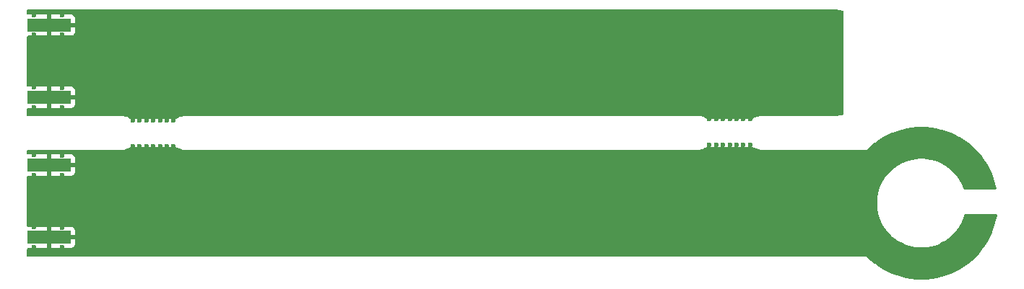
<source format=gbr>
%TF.GenerationSoftware,KiCad,Pcbnew,9.0.0*%
%TF.CreationDate,2025-03-22T23:03:39+01:00*%
%TF.ProjectId,Near-Field Probes,4e656172-2d46-4696-956c-642050726f62,1.0*%
%TF.SameCoordinates,Original*%
%TF.FileFunction,Copper,L4,Bot*%
%TF.FilePolarity,Positive*%
%FSLAX46Y46*%
G04 Gerber Fmt 4.6, Leading zero omitted, Abs format (unit mm)*
G04 Created by KiCad (PCBNEW 9.0.0) date 2025-03-22 23:03:39*
%MOMM*%
%LPD*%
G01*
G04 APERTURE LIST*
%TA.AperFunction,SMDPad,CuDef*%
%ADD10R,5.080000X1.500000*%
%TD*%
%TA.AperFunction,ViaPad*%
%ADD11C,0.600000*%
%TD*%
G04 APERTURE END LIST*
D10*
%TO.P,J2,2,Ext*%
%TO.N,GND*%
X52800000Y-120900000D03*
X52800000Y-112400000D03*
%TD*%
%TO.P,J1,2,Ext*%
%TO.N,GND*%
X52800000Y-104450000D03*
X52800000Y-95950000D03*
%TD*%
D11*
%TO.N,GND*%
X108000000Y-118000000D03*
X149870173Y-122701820D03*
X159244453Y-112350197D03*
X61700000Y-101500000D03*
X78700000Y-101500000D03*
X153918912Y-109167588D03*
X83700000Y-98900000D03*
X160241916Y-113528669D03*
X104000000Y-115400000D03*
X78000000Y-115400000D03*
X82700000Y-98900000D03*
X152376416Y-124210967D03*
X114000000Y-115400000D03*
X150812307Y-112445080D03*
X132000000Y-118000000D03*
X155009596Y-110728377D03*
X125000000Y-118000000D03*
X69000000Y-118000000D03*
X52800000Y-97150000D03*
X99000000Y-118000000D03*
X160681168Y-119446934D03*
X98000000Y-115400000D03*
X150913347Y-121424403D03*
X102700000Y-101500000D03*
X57000000Y-115400000D03*
X65800000Y-107200000D03*
X104000000Y-118000000D03*
X60000000Y-115400000D03*
X62700000Y-98900000D03*
X74700000Y-101500000D03*
X88000000Y-118000000D03*
X95000000Y-115400000D03*
X100000000Y-115400000D03*
X140000000Y-115400000D03*
X105000000Y-115400000D03*
X160622152Y-114202250D03*
X135000000Y-115400000D03*
X148936482Y-117343189D03*
X55800000Y-95950000D03*
X159814416Y-123093304D03*
X85000000Y-115400000D03*
X77700000Y-98900000D03*
X137000000Y-115400000D03*
X122700000Y-98900000D03*
X62600000Y-107200000D03*
X105700000Y-101500000D03*
X148391357Y-112860361D03*
X63000000Y-115400000D03*
X103000000Y-118000000D03*
X144000000Y-118000000D03*
X55800000Y-112400000D03*
X94700000Y-98900000D03*
X140000000Y-118000000D03*
X117700000Y-98900000D03*
X104700000Y-101500000D03*
X54350000Y-94825000D03*
X125700000Y-101500000D03*
X95700000Y-101500000D03*
X160287639Y-111072780D03*
X58000000Y-118000000D03*
X111700000Y-98900000D03*
X66000000Y-115400000D03*
X106700000Y-101500000D03*
X136700000Y-101500000D03*
X134200000Y-107000000D03*
X123000000Y-115400000D03*
X67000000Y-118000000D03*
X160975319Y-111771456D03*
X91700000Y-101500000D03*
X70000000Y-118000000D03*
X123700000Y-101500000D03*
X57700000Y-101500000D03*
X147000000Y-115400000D03*
X105000000Y-118000000D03*
X108700000Y-101500000D03*
X161570009Y-112550813D03*
X142700000Y-98900000D03*
X62600000Y-110200000D03*
X111700000Y-101500000D03*
X158642956Y-111863891D03*
X147000000Y-118000000D03*
X70700000Y-101500000D03*
X133400000Y-107000000D03*
X89000000Y-115400000D03*
X149841614Y-113645699D03*
X131000000Y-118000000D03*
X128000000Y-118000000D03*
X78700000Y-98900000D03*
X98700000Y-98900000D03*
X102700000Y-98900000D03*
X151514844Y-121910709D03*
X162062331Y-113398558D03*
X101000000Y-115400000D03*
X148095481Y-120376042D03*
X86000000Y-118000000D03*
X147713292Y-119473277D03*
X51050000Y-122075000D03*
X144700000Y-101500000D03*
X117000000Y-118000000D03*
X65000000Y-118000000D03*
X130700000Y-101500000D03*
X54350000Y-113575000D03*
X117700000Y-101500000D03*
X74000000Y-115400000D03*
X155262216Y-124691526D03*
X156543435Y-110904636D03*
X72700000Y-98900000D03*
X129000000Y-115400000D03*
X75700000Y-98900000D03*
X63000000Y-118000000D03*
X123700000Y-98900000D03*
X143000000Y-118000000D03*
X130200000Y-110000000D03*
X63400000Y-107200000D03*
X158677985Y-109960094D03*
X114700000Y-101500000D03*
X134200000Y-110000000D03*
X143700000Y-98900000D03*
X63700000Y-101500000D03*
X110000000Y-115400000D03*
X108700000Y-98900000D03*
X107000000Y-118000000D03*
X136700000Y-98900000D03*
X131700000Y-101500000D03*
X87000000Y-118000000D03*
X152172548Y-122317793D03*
X158106715Y-122251018D03*
X141700000Y-98900000D03*
X93700000Y-98900000D03*
X122000000Y-115400000D03*
X121000000Y-115400000D03*
X51050000Y-113575000D03*
X58000000Y-115400000D03*
X122700000Y-101500000D03*
X126700000Y-98900000D03*
X81700000Y-98900000D03*
X91000000Y-118000000D03*
X160957800Y-118724600D03*
X92700000Y-98900000D03*
X98000000Y-118000000D03*
X151158555Y-110136715D03*
X114700000Y-98900000D03*
X65700000Y-101500000D03*
X138000000Y-118000000D03*
X161209012Y-121720658D03*
X148587803Y-121223787D03*
X118000000Y-118000000D03*
X159868608Y-120759746D03*
X86700000Y-98900000D03*
X133000000Y-118000000D03*
X119000000Y-118000000D03*
X85700000Y-98900000D03*
X130000000Y-118000000D03*
X78000000Y-118000000D03*
X54350000Y-97125000D03*
X124700000Y-101500000D03*
X150377544Y-120866545D03*
X73700000Y-98900000D03*
X134000000Y-115400000D03*
X64000000Y-115400000D03*
X120000000Y-115400000D03*
X126000000Y-115400000D03*
X157410588Y-122588209D03*
X64700000Y-98900000D03*
X59700000Y-101500000D03*
X141700000Y-101500000D03*
X162557812Y-119124600D03*
X135000000Y-110000000D03*
X81000000Y-115400000D03*
X79700000Y-98900000D03*
X89700000Y-101500000D03*
X153480112Y-110939106D03*
X82700000Y-101500000D03*
X66000000Y-118000000D03*
X81000000Y-118000000D03*
X162218431Y-120044314D03*
X125700000Y-98900000D03*
X112000000Y-115400000D03*
X52800000Y-113600000D03*
X96000000Y-115400000D03*
X103000000Y-115400000D03*
X116000000Y-115400000D03*
X113700000Y-98900000D03*
X90700000Y-101500000D03*
X54350000Y-103325000D03*
X65700000Y-98900000D03*
X56700000Y-98900000D03*
X85700000Y-101500000D03*
X132600000Y-110000000D03*
X142700000Y-101500000D03*
X102000000Y-118000000D03*
X124700000Y-98900000D03*
X120700000Y-101500000D03*
X105700000Y-98900000D03*
X151402708Y-111945362D03*
X118700000Y-98900000D03*
X112700000Y-101500000D03*
X115000000Y-115400000D03*
X54350000Y-122075000D03*
X128000000Y-115400000D03*
X130200000Y-107000000D03*
X106000000Y-118000000D03*
X81700000Y-101500000D03*
X60700000Y-101500000D03*
X73000000Y-115400000D03*
X108000000Y-115400000D03*
X94000000Y-118000000D03*
X157985252Y-111456807D03*
X83700000Y-101500000D03*
X90700000Y-98900000D03*
X95700000Y-98900000D03*
X158999257Y-123637885D03*
X65000000Y-110200000D03*
X130700000Y-98900000D03*
X154282642Y-124652962D03*
X95000000Y-118000000D03*
X97700000Y-98900000D03*
X67000000Y-115400000D03*
X68000000Y-115400000D03*
X135000000Y-118000000D03*
X133700000Y-98900000D03*
X99000000Y-115400000D03*
X69700000Y-101500000D03*
X152051085Y-111523582D03*
X86000000Y-115400000D03*
X131000000Y-115400000D03*
X130000000Y-115400000D03*
X162444520Y-114301323D03*
X135700000Y-101500000D03*
X52800000Y-122100000D03*
X76000000Y-115400000D03*
X127000000Y-118000000D03*
X155875170Y-109121638D03*
X152876086Y-122639234D03*
X66600000Y-107200000D03*
X156842187Y-109282671D03*
X155148204Y-123046223D03*
X149476632Y-114327666D03*
X146000000Y-118000000D03*
X91000000Y-115400000D03*
X88700000Y-98900000D03*
X128700000Y-101500000D03*
X142000000Y-115400000D03*
X54350000Y-105625000D03*
X138000000Y-115400000D03*
X154375740Y-123006344D03*
X71000000Y-115400000D03*
X51050000Y-97125000D03*
X127000000Y-115400000D03*
X84000000Y-115400000D03*
X121000000Y-118000000D03*
X123000000Y-118000000D03*
X61700000Y-98900000D03*
X62000000Y-118000000D03*
X83000000Y-118000000D03*
X119700000Y-101500000D03*
X109000000Y-115400000D03*
X51050000Y-94775000D03*
X75000000Y-115400000D03*
X158755092Y-121829238D03*
X157281714Y-111135366D03*
X52800000Y-103300000D03*
X152960523Y-109373846D03*
X129000000Y-118000000D03*
X102000000Y-115400000D03*
X64200000Y-107200000D03*
X51050000Y-103275000D03*
X133700000Y-101500000D03*
X152747212Y-111186391D03*
X107700000Y-101500000D03*
X60000000Y-118000000D03*
X75000000Y-118000000D03*
X87700000Y-101500000D03*
X144700000Y-98900000D03*
X51050000Y-111225000D03*
X69700000Y-98900000D03*
X83000000Y-115400000D03*
X99700000Y-98900000D03*
X160914968Y-114918176D03*
X73000000Y-118000000D03*
X100700000Y-98900000D03*
X67700000Y-98900000D03*
X131000000Y-107000000D03*
X144000000Y-115400000D03*
X79000000Y-115400000D03*
X143700000Y-101500000D03*
X94000000Y-115400000D03*
X64000000Y-118000000D03*
X157781396Y-109563633D03*
X52800000Y-94800000D03*
X76000000Y-118000000D03*
X159345493Y-121329520D03*
X97000000Y-118000000D03*
X88700000Y-101500000D03*
X115700000Y-98900000D03*
X128700000Y-98900000D03*
X115700000Y-101500000D03*
X121700000Y-101500000D03*
X63700000Y-98900000D03*
X67400000Y-110200000D03*
X150343396Y-110681296D03*
X77000000Y-118000000D03*
X66700000Y-98900000D03*
X141000000Y-118000000D03*
X135700000Y-98900000D03*
X55800000Y-104450000D03*
X109700000Y-101500000D03*
X125000000Y-115400000D03*
X94700000Y-101500000D03*
X112700000Y-98900000D03*
X68700000Y-98900000D03*
X150639998Y-123308799D03*
X96000000Y-118000000D03*
X120700000Y-98900000D03*
X116700000Y-98900000D03*
X133000000Y-115400000D03*
X149042055Y-118109443D03*
X67400000Y-107200000D03*
X147600000Y-114650000D03*
X133400000Y-110000000D03*
X87000000Y-115400000D03*
X86700000Y-101500000D03*
X51050000Y-105625000D03*
X110000000Y-118000000D03*
X70000000Y-115400000D03*
X101000000Y-118000000D03*
X71700000Y-101500000D03*
X145000000Y-118000000D03*
X57700000Y-98900000D03*
X127700000Y-98900000D03*
X65000000Y-115400000D03*
X106700000Y-98900000D03*
X132000000Y-115400000D03*
X129700000Y-98900000D03*
X107000000Y-115400000D03*
X52800000Y-105650000D03*
X118000000Y-115400000D03*
X110700000Y-98900000D03*
X98700000Y-101500000D03*
X74000000Y-118000000D03*
X101700000Y-98900000D03*
X96700000Y-98900000D03*
X61000000Y-115400000D03*
X149535648Y-119572350D03*
X56700000Y-101500000D03*
X110700000Y-101500000D03*
X72000000Y-115400000D03*
X80700000Y-101500000D03*
X64200000Y-110200000D03*
X80700000Y-98900000D03*
X131700000Y-98900000D03*
X148948800Y-112053942D03*
X71000000Y-118000000D03*
X116000000Y-118000000D03*
X119000000Y-115400000D03*
X57000000Y-118000000D03*
X143000000Y-115400000D03*
X158122271Y-124076005D03*
X136000000Y-118000000D03*
X156677688Y-122835494D03*
X66600000Y-110200000D03*
X51050000Y-119725000D03*
X87700000Y-98900000D03*
X100000000Y-118000000D03*
X72000000Y-118000000D03*
X84000000Y-118000000D03*
X149242832Y-118856424D03*
X114000000Y-118000000D03*
X117000000Y-115400000D03*
X149016082Y-115801309D03*
X148247422Y-115360601D03*
X159517814Y-110465801D03*
X103700000Y-98900000D03*
X76700000Y-101500000D03*
X137000000Y-118000000D03*
X154895596Y-109083074D03*
X67700000Y-101500000D03*
X76700000Y-98900000D03*
X149915884Y-120245931D03*
X139000000Y-115400000D03*
X145000000Y-115400000D03*
X138700000Y-101500000D03*
X111000000Y-115400000D03*
X75700000Y-101500000D03*
X59000000Y-118000000D03*
X131800000Y-110000000D03*
X139000000Y-118000000D03*
X122000000Y-118000000D03*
X92000000Y-115400000D03*
X139700000Y-98900000D03*
X152035541Y-109698595D03*
X60700000Y-98900000D03*
X131800000Y-107000000D03*
X91700000Y-98900000D03*
X112000000Y-118000000D03*
X92000000Y-118000000D03*
X154238225Y-110785628D03*
X74700000Y-98900000D03*
X115000000Y-118000000D03*
X159780256Y-112908055D03*
X126000000Y-118000000D03*
X63400000Y-110200000D03*
X124000000Y-118000000D03*
X137700000Y-101500000D03*
X132700000Y-101500000D03*
X149182493Y-122003144D03*
X118700000Y-101500000D03*
X109000000Y-118000000D03*
X149602918Y-111323749D03*
X109700000Y-98900000D03*
X160554894Y-122450851D03*
X99700000Y-101500000D03*
X134000000Y-118000000D03*
X129700000Y-101500000D03*
X79700000Y-101500000D03*
X147939381Y-113730286D03*
X100700000Y-101500000D03*
X101700000Y-101500000D03*
X65800000Y-110200000D03*
X140700000Y-98900000D03*
X77000000Y-115400000D03*
X126700000Y-101500000D03*
X113700000Y-101500000D03*
X80000000Y-115400000D03*
X131000000Y-110000000D03*
X149200000Y-115050000D03*
X82000000Y-115400000D03*
X97700000Y-101500000D03*
X52800000Y-119750000D03*
X120000000Y-118000000D03*
X58700000Y-101500000D03*
X84700000Y-98900000D03*
X103700000Y-101500000D03*
X135000000Y-107000000D03*
X151479827Y-123814506D03*
X148927779Y-116569745D03*
X90000000Y-115400000D03*
X62700000Y-101500000D03*
X132700000Y-98900000D03*
X62000000Y-115400000D03*
X132600000Y-107000000D03*
X119700000Y-98900000D03*
X139700000Y-101500000D03*
X134700000Y-101500000D03*
X161766455Y-120914239D03*
X89000000Y-118000000D03*
X79000000Y-118000000D03*
X66700000Y-101500000D03*
X93000000Y-118000000D03*
X155782060Y-110768256D03*
X116700000Y-101500000D03*
X88000000Y-115400000D03*
X59700000Y-98900000D03*
X142000000Y-118000000D03*
X127700000Y-101500000D03*
X55800000Y-120900000D03*
X82000000Y-118000000D03*
X93000000Y-115400000D03*
X58700000Y-98900000D03*
X54350000Y-119775000D03*
X71700000Y-98900000D03*
X54350000Y-111275000D03*
X72700000Y-101500000D03*
X68700000Y-101500000D03*
X92700000Y-101500000D03*
X138700000Y-98900000D03*
X136000000Y-115400000D03*
X121700000Y-98900000D03*
X140700000Y-101500000D03*
X96700000Y-101500000D03*
X68000000Y-118000000D03*
X65000000Y-107200000D03*
X111000000Y-118000000D03*
X89700000Y-98900000D03*
X80000000Y-118000000D03*
X106000000Y-115400000D03*
X97000000Y-115400000D03*
X52800000Y-111250000D03*
X153315625Y-124491929D03*
X155919575Y-122988972D03*
X84700000Y-101500000D03*
X137700000Y-98900000D03*
X157197289Y-124400754D03*
X107700000Y-98900000D03*
X156238900Y-124607012D03*
X134700000Y-98900000D03*
X150289192Y-113014854D03*
X141000000Y-115400000D03*
X61000000Y-118000000D03*
X85000000Y-118000000D03*
X113000000Y-115400000D03*
X124000000Y-115400000D03*
X73700000Y-101500000D03*
X90000000Y-118000000D03*
X59000000Y-115400000D03*
X93700000Y-101500000D03*
X64700000Y-101500000D03*
X77700000Y-101500000D03*
X146000000Y-115400000D03*
X113000000Y-118000000D03*
X70700000Y-98900000D03*
X104700000Y-98900000D03*
X160316186Y-120128901D03*
X69000000Y-115400000D03*
X153614365Y-122869964D03*
%TD*%
%TA.AperFunction,Conductor*%
%TO.N,GND*%
G36*
X144689951Y-94100617D02*
G01*
X145100824Y-94118582D01*
X145111610Y-94119527D01*
X145516671Y-94172938D01*
X145527301Y-94174816D01*
X145852880Y-94247113D01*
X145914059Y-94280862D01*
X145947279Y-94342329D01*
X145950000Y-94368164D01*
X145950000Y-106407476D01*
X145930315Y-106474515D01*
X145877511Y-106520270D01*
X145852865Y-106528531D01*
X145531530Y-106599843D01*
X145520866Y-106601725D01*
X145116083Y-106655069D01*
X145105296Y-106656014D01*
X144883668Y-106665699D01*
X144694137Y-106673982D01*
X144689917Y-106674094D01*
X144689281Y-106674100D01*
X144652096Y-106674100D01*
X144651228Y-106674459D01*
X144638624Y-106674578D01*
X144638338Y-106674497D01*
X144637453Y-106674584D01*
X136247380Y-106674500D01*
X136231318Y-106672155D01*
X136231276Y-106672609D01*
X136219117Y-106671467D01*
X136196029Y-106673847D01*
X136196011Y-106673849D01*
X136189684Y-106674500D01*
X136160120Y-106674500D01*
X136150344Y-106678547D01*
X136132326Y-106680402D01*
X136132312Y-106680399D01*
X136132287Y-106680406D01*
X136043560Y-106689507D01*
X136009371Y-106697922D01*
X135778275Y-106754801D01*
X135778270Y-106754803D01*
X135524565Y-106856118D01*
X135524557Y-106856121D01*
X135300994Y-106983698D01*
X135239536Y-107000000D01*
X129990898Y-107000000D01*
X129923859Y-106980315D01*
X129921954Y-106979067D01*
X129785721Y-106887937D01*
X129785714Y-106887933D01*
X129543117Y-106769449D01*
X129286764Y-106684761D01*
X129187398Y-106666355D01*
X129187361Y-106666348D01*
X129174579Y-106663976D01*
X129157201Y-106656784D01*
X129135852Y-106656789D01*
X129124616Y-106654705D01*
X129124607Y-106654700D01*
X129124579Y-106654698D01*
X129114816Y-106652883D01*
X129109023Y-106654111D01*
X129083356Y-106656804D01*
X68550865Y-106674487D01*
X68550866Y-106674488D01*
X68536179Y-106674492D01*
X68520487Y-106670728D01*
X68496675Y-106674503D01*
X68486923Y-106674506D01*
X68486923Y-106674507D01*
X68472561Y-106674511D01*
X68472552Y-106674513D01*
X68471186Y-106675080D01*
X68443170Y-106682992D01*
X68349210Y-106697922D01*
X68349204Y-106697923D01*
X68093387Y-106774695D01*
X67850150Y-106885026D01*
X67697029Y-106981052D01*
X67631149Y-107000000D01*
X62376675Y-107000000D01*
X62310440Y-106980828D01*
X62162387Y-106887281D01*
X62162377Y-106887275D01*
X61919488Y-106776117D01*
X61919475Y-106776112D01*
X61663902Y-106698481D01*
X61663884Y-106698477D01*
X61569444Y-106683149D01*
X61569444Y-106683150D01*
X61567384Y-106682815D01*
X61555179Y-106680835D01*
X61539889Y-106674501D01*
X61516121Y-106674500D01*
X61507554Y-106673112D01*
X61506251Y-106672901D01*
X61506248Y-106672899D01*
X61492694Y-106670704D01*
X61492688Y-106670705D01*
X61490704Y-106671174D01*
X61462186Y-106674497D01*
X50324496Y-106674111D01*
X50257457Y-106654424D01*
X50211704Y-106601619D01*
X50200500Y-106550111D01*
X50200500Y-105824000D01*
X50220185Y-105756961D01*
X50272989Y-105711206D01*
X50324500Y-105700000D01*
X52550000Y-105700000D01*
X53050000Y-105700000D01*
X55387828Y-105700000D01*
X55387844Y-105699999D01*
X55447372Y-105693598D01*
X55447379Y-105693596D01*
X55582086Y-105643354D01*
X55582093Y-105643350D01*
X55697187Y-105557190D01*
X55697190Y-105557187D01*
X55783350Y-105442093D01*
X55783354Y-105442086D01*
X55833596Y-105307379D01*
X55833598Y-105307372D01*
X55839999Y-105247844D01*
X55840000Y-105247827D01*
X55840000Y-104700000D01*
X53050000Y-104700000D01*
X53050000Y-105700000D01*
X52550000Y-105700000D01*
X52550000Y-104200000D01*
X53050000Y-104200000D01*
X55840000Y-104200000D01*
X55840000Y-103652172D01*
X55839999Y-103652155D01*
X55833598Y-103592627D01*
X55833596Y-103592620D01*
X55783354Y-103457913D01*
X55783350Y-103457906D01*
X55697190Y-103342812D01*
X55697187Y-103342809D01*
X55582093Y-103256649D01*
X55582086Y-103256645D01*
X55447379Y-103206403D01*
X55447372Y-103206401D01*
X55387844Y-103200000D01*
X53050000Y-103200000D01*
X53050000Y-104200000D01*
X52550000Y-104200000D01*
X52550000Y-103200000D01*
X50324500Y-103200000D01*
X50257461Y-103180315D01*
X50211706Y-103127511D01*
X50200500Y-103076000D01*
X50200500Y-97324000D01*
X50220185Y-97256961D01*
X50272989Y-97211206D01*
X50324500Y-97200000D01*
X52550000Y-97200000D01*
X53050000Y-97200000D01*
X55387828Y-97200000D01*
X55387844Y-97199999D01*
X55447372Y-97193598D01*
X55447379Y-97193596D01*
X55582086Y-97143354D01*
X55582093Y-97143350D01*
X55697187Y-97057190D01*
X55697190Y-97057187D01*
X55783350Y-96942093D01*
X55783354Y-96942086D01*
X55833596Y-96807379D01*
X55833598Y-96807372D01*
X55839999Y-96747844D01*
X55840000Y-96747827D01*
X55840000Y-96200000D01*
X53050000Y-96200000D01*
X53050000Y-97200000D01*
X52550000Y-97200000D01*
X52550000Y-95700000D01*
X53050000Y-95700000D01*
X55840000Y-95700000D01*
X55840000Y-95152172D01*
X55839999Y-95152155D01*
X55833598Y-95092627D01*
X55833596Y-95092620D01*
X55783354Y-94957913D01*
X55783350Y-94957906D01*
X55697190Y-94842812D01*
X55697187Y-94842809D01*
X55582093Y-94756649D01*
X55582086Y-94756645D01*
X55447379Y-94706403D01*
X55447372Y-94706401D01*
X55387844Y-94700000D01*
X53050000Y-94700000D01*
X53050000Y-95700000D01*
X52550000Y-95700000D01*
X52550000Y-94700000D01*
X50324500Y-94700000D01*
X50257461Y-94680315D01*
X50211706Y-94627511D01*
X50200500Y-94576000D01*
X50200500Y-94224500D01*
X50220185Y-94157461D01*
X50272989Y-94111706D01*
X50324500Y-94100500D01*
X144647371Y-94100500D01*
X144684536Y-94100500D01*
X144689951Y-94100617D01*
G37*
%TD.AperFunction*%
%TD*%
%TA.AperFunction,Conductor*%
%TO.N,GND*%
G36*
X67773613Y-110344418D02*
G01*
X67837737Y-110385268D01*
X68080186Y-110497321D01*
X68335454Y-110575907D01*
X68444481Y-110594023D01*
X68460118Y-110600500D01*
X68483486Y-110600500D01*
X68506538Y-110604323D01*
X68508614Y-110603840D01*
X68509142Y-110603718D01*
X68537209Y-110600500D01*
X128972245Y-110600500D01*
X128983914Y-110603794D01*
X129011803Y-110600500D01*
X129039882Y-110600500D01*
X129039884Y-110600500D01*
X129051173Y-110598253D01*
X129068353Y-110593777D01*
X129157584Y-110583299D01*
X129418986Y-110515764D01*
X129668895Y-110413600D01*
X129793690Y-110341595D01*
X129855659Y-110325000D01*
X135342053Y-110325000D01*
X135406211Y-110342888D01*
X135476307Y-110385270D01*
X135479954Y-110387475D01*
X135731030Y-110495171D01*
X135994578Y-110567144D01*
X136265542Y-110602011D01*
X136400427Y-110600507D01*
X136401808Y-110600500D01*
X147605366Y-110600500D01*
X147782697Y-123174100D01*
X50324500Y-123174100D01*
X50257461Y-123154415D01*
X50211706Y-123101611D01*
X50200500Y-123050100D01*
X50200500Y-122274000D01*
X50220185Y-122206961D01*
X50272989Y-122161206D01*
X50324500Y-122150000D01*
X52550000Y-122150000D01*
X53050000Y-122150000D01*
X55387828Y-122150000D01*
X55387844Y-122149999D01*
X55447372Y-122143598D01*
X55447379Y-122143596D01*
X55582086Y-122093354D01*
X55582093Y-122093350D01*
X55697187Y-122007190D01*
X55697190Y-122007187D01*
X55783350Y-121892093D01*
X55783354Y-121892086D01*
X55833596Y-121757379D01*
X55833598Y-121757372D01*
X55839999Y-121697844D01*
X55840000Y-121697827D01*
X55840000Y-121150000D01*
X53050000Y-121150000D01*
X53050000Y-122150000D01*
X52550000Y-122150000D01*
X52550000Y-120650000D01*
X53050000Y-120650000D01*
X55840000Y-120650000D01*
X55840000Y-120102172D01*
X55839999Y-120102155D01*
X55833598Y-120042627D01*
X55833596Y-120042620D01*
X55783354Y-119907913D01*
X55783350Y-119907906D01*
X55697190Y-119792812D01*
X55697187Y-119792809D01*
X55582093Y-119706649D01*
X55582086Y-119706645D01*
X55447379Y-119656403D01*
X55447372Y-119656401D01*
X55387844Y-119650000D01*
X53050000Y-119650000D01*
X53050000Y-120650000D01*
X52550000Y-120650000D01*
X52550000Y-119650000D01*
X50324500Y-119650000D01*
X50257461Y-119630315D01*
X50211706Y-119577511D01*
X50200500Y-119526000D01*
X50200500Y-113774000D01*
X50220185Y-113706961D01*
X50272989Y-113661206D01*
X50324500Y-113650000D01*
X52550000Y-113650000D01*
X53050000Y-113650000D01*
X55387828Y-113650000D01*
X55387844Y-113649999D01*
X55447372Y-113643598D01*
X55447379Y-113643596D01*
X55582086Y-113593354D01*
X55582093Y-113593350D01*
X55697187Y-113507190D01*
X55697190Y-113507187D01*
X55783350Y-113392093D01*
X55783354Y-113392086D01*
X55833596Y-113257379D01*
X55833598Y-113257372D01*
X55839999Y-113197844D01*
X55840000Y-113197827D01*
X55840000Y-112650000D01*
X53050000Y-112650000D01*
X53050000Y-113650000D01*
X52550000Y-113650000D01*
X52550000Y-112150000D01*
X53050000Y-112150000D01*
X55840000Y-112150000D01*
X55840000Y-111602172D01*
X55839999Y-111602155D01*
X55833598Y-111542627D01*
X55833596Y-111542620D01*
X55783354Y-111407913D01*
X55783350Y-111407906D01*
X55697190Y-111292812D01*
X55697187Y-111292809D01*
X55582093Y-111206649D01*
X55582086Y-111206645D01*
X55447379Y-111156403D01*
X55447372Y-111156401D01*
X55387844Y-111150000D01*
X53050000Y-111150000D01*
X53050000Y-112150000D01*
X52550000Y-112150000D01*
X52550000Y-111150000D01*
X50324500Y-111150000D01*
X50257461Y-111130315D01*
X50211706Y-111077511D01*
X50200500Y-111026000D01*
X50200500Y-110724500D01*
X50220185Y-110657461D01*
X50272989Y-110611706D01*
X50324500Y-110600500D01*
X61476627Y-110600500D01*
X61492691Y-110604297D01*
X61516132Y-110600500D01*
X61539882Y-110600500D01*
X61541835Y-110599690D01*
X61569417Y-110591853D01*
X61663896Y-110576520D01*
X61773660Y-110543179D01*
X61919475Y-110498888D01*
X61919478Y-110498886D01*
X61919487Y-110498884D01*
X62162381Y-110387722D01*
X62231306Y-110344172D01*
X62297541Y-110325000D01*
X67706990Y-110325000D01*
X67773613Y-110344418D01*
G37*
%TD.AperFunction*%
%TD*%
%TA.AperFunction,Conductor*%
%TO.N,GND*%
G36*
X155661781Y-107932458D02*
G01*
X155669859Y-107932988D01*
X156246215Y-107989754D01*
X156254213Y-107990807D01*
X156825628Y-108085148D01*
X156833571Y-108086728D01*
X157397586Y-108218238D01*
X157405394Y-108220331D01*
X157874831Y-108362733D01*
X157959598Y-108388447D01*
X157967282Y-108391056D01*
X158509268Y-108595045D01*
X158516765Y-108598150D01*
X159044291Y-108837168D01*
X159051533Y-108840740D01*
X159505463Y-109083371D01*
X159562282Y-109113742D01*
X159569309Y-109117799D01*
X160061096Y-109423612D01*
X160067843Y-109428120D01*
X160538578Y-109765444D01*
X160545016Y-109770384D01*
X160992686Y-110137776D01*
X160998783Y-110143123D01*
X161421473Y-110539016D01*
X161427185Y-110544728D01*
X161640602Y-110772591D01*
X161823074Y-110967415D01*
X161828424Y-110973515D01*
X162195817Y-111421185D01*
X162200753Y-111427618D01*
X162471351Y-111805236D01*
X162538082Y-111898358D01*
X162542590Y-111905105D01*
X162848402Y-112396892D01*
X162852459Y-112403919D01*
X163125451Y-112914651D01*
X163129040Y-112921928D01*
X163368050Y-113449436D01*
X163371155Y-113456933D01*
X163575144Y-113998919D01*
X163577753Y-114006603D01*
X163745865Y-114560792D01*
X163747965Y-114568629D01*
X163867698Y-115082135D01*
X163871361Y-115097842D01*
X163867414Y-115167600D01*
X163826379Y-115224151D01*
X163761285Y-115249539D01*
X163750600Y-115250000D01*
X160104060Y-115250000D01*
X160037021Y-115230315D01*
X159991266Y-115177511D01*
X159987538Y-115168411D01*
X159975950Y-115136575D01*
X159888118Y-114895259D01*
X159696200Y-114483689D01*
X159469141Y-114090412D01*
X159469133Y-114090401D01*
X159469129Y-114090394D01*
X159208669Y-113718418D01*
X158986064Y-113453129D01*
X158916769Y-113370546D01*
X158595660Y-113049437D01*
X158439301Y-112918236D01*
X158247787Y-112757536D01*
X157875811Y-112497076D01*
X157875800Y-112497069D01*
X157875794Y-112497065D01*
X157702290Y-112396892D01*
X157482523Y-112270009D01*
X157482508Y-112270001D01*
X157070956Y-112078092D01*
X157070954Y-112078091D01*
X157070947Y-112078088D01*
X156644216Y-111922770D01*
X156644215Y-111922769D01*
X156644205Y-111922766D01*
X156205579Y-111805238D01*
X156205582Y-111805238D01*
X156205572Y-111805236D01*
X156142433Y-111794102D01*
X155758356Y-111726379D01*
X155305968Y-111686800D01*
X155305965Y-111686800D01*
X154851847Y-111686800D01*
X154851843Y-111686800D01*
X154399455Y-111726379D01*
X153952245Y-111805235D01*
X153952242Y-111805235D01*
X153952240Y-111805236D01*
X153952235Y-111805237D01*
X153952232Y-111805238D01*
X153513606Y-111922766D01*
X153300230Y-112000429D01*
X153086865Y-112078088D01*
X153086861Y-112078089D01*
X153086855Y-112078092D01*
X152675303Y-112270001D01*
X152675288Y-112270009D01*
X152282026Y-112497060D01*
X152282000Y-112497076D01*
X151910024Y-112757536D01*
X151562149Y-113049439D01*
X151241045Y-113370543D01*
X150949142Y-113718418D01*
X150688682Y-114090394D01*
X150688666Y-114090420D01*
X150461615Y-114483682D01*
X150461607Y-114483697D01*
X150269698Y-114895249D01*
X150114372Y-115322000D01*
X149996844Y-115760626D01*
X149996841Y-115760639D01*
X149917985Y-116207849D01*
X149878406Y-116660237D01*
X149878406Y-117114362D01*
X149917985Y-117566750D01*
X149996841Y-118013960D01*
X149996844Y-118013973D01*
X150114372Y-118452599D01*
X150114375Y-118452609D01*
X150114376Y-118452610D01*
X150269694Y-118879341D01*
X150269697Y-118879348D01*
X150269698Y-118879350D01*
X150461607Y-119290902D01*
X150461612Y-119290911D01*
X150688671Y-119684188D01*
X150688675Y-119684194D01*
X150688682Y-119684205D01*
X150949142Y-120056181D01*
X151160129Y-120307625D01*
X151241043Y-120404054D01*
X151562152Y-120725163D01*
X151706794Y-120846532D01*
X151910024Y-121017063D01*
X152282000Y-121277523D01*
X152282007Y-121277527D01*
X152282018Y-121277535D01*
X152650594Y-121490333D01*
X152675288Y-121504590D01*
X152675303Y-121504598D01*
X152858215Y-121589890D01*
X153086865Y-121696512D01*
X153513596Y-121851830D01*
X153513602Y-121851831D01*
X153513606Y-121851833D01*
X153633057Y-121883839D01*
X153952240Y-121969364D01*
X154399458Y-122048221D01*
X154851845Y-122087799D01*
X154851846Y-122087800D01*
X154851847Y-122087800D01*
X155305966Y-122087800D01*
X155305966Y-122087799D01*
X155758354Y-122048221D01*
X156205572Y-121969364D01*
X156644216Y-121851830D01*
X157070947Y-121696512D01*
X157482517Y-121504594D01*
X157875794Y-121277535D01*
X158247786Y-121017064D01*
X158595660Y-120725163D01*
X158916769Y-120404054D01*
X159208670Y-120056180D01*
X159469141Y-119684188D01*
X159696200Y-119290911D01*
X159888118Y-118879341D01*
X160043436Y-118452610D01*
X160099894Y-118241907D01*
X160136259Y-118182246D01*
X160199106Y-118151717D01*
X160219669Y-118150000D01*
X163814814Y-118150000D01*
X163881853Y-118169685D01*
X163927608Y-118222489D01*
X163937552Y-118291647D01*
X163937158Y-118294199D01*
X163881053Y-118634017D01*
X163879470Y-118641976D01*
X163747965Y-119205969D01*
X163745865Y-119213806D01*
X163577753Y-119767996D01*
X163575144Y-119775680D01*
X163371155Y-120317667D01*
X163368050Y-120325164D01*
X163129040Y-120852671D01*
X163125451Y-120859948D01*
X162852459Y-121370679D01*
X162848402Y-121377706D01*
X162542589Y-121869493D01*
X162538081Y-121876240D01*
X162200757Y-122346976D01*
X162195817Y-122353414D01*
X161828425Y-122801083D01*
X161823075Y-122807183D01*
X161427198Y-123229858D01*
X161421460Y-123235596D01*
X160998786Y-123631472D01*
X160992686Y-123636822D01*
X160545017Y-124004216D01*
X160538579Y-124009156D01*
X160067850Y-124346475D01*
X160061103Y-124350983D01*
X159569303Y-124656804D01*
X159562276Y-124660861D01*
X159051551Y-124933850D01*
X159044274Y-124937439D01*
X158516766Y-125176449D01*
X158509269Y-125179554D01*
X157967283Y-125383543D01*
X157959599Y-125386152D01*
X157405410Y-125554264D01*
X157397572Y-125556364D01*
X156833578Y-125687869D01*
X156825620Y-125689452D01*
X156254237Y-125783788D01*
X156246192Y-125784847D01*
X155669870Y-125841610D01*
X155661773Y-125842141D01*
X155082960Y-125861090D01*
X155074846Y-125861090D01*
X154496033Y-125842141D01*
X154487936Y-125841610D01*
X153911613Y-125784848D01*
X153903568Y-125783789D01*
X153332182Y-125689453D01*
X153324224Y-125687870D01*
X152760237Y-125556367D01*
X152752399Y-125554267D01*
X152198206Y-125386154D01*
X152190522Y-125383545D01*
X151648535Y-125179556D01*
X151641039Y-125176451D01*
X151113532Y-124937442D01*
X151106254Y-124933853D01*
X151106248Y-124933850D01*
X150925246Y-124837102D01*
X150595522Y-124660860D01*
X150588495Y-124656803D01*
X150096708Y-124350991D01*
X150089961Y-124346483D01*
X149619225Y-124009159D01*
X149612787Y-124004219D01*
X149165118Y-123636827D01*
X149159018Y-123631477D01*
X148734864Y-123234213D01*
X148731948Y-123231391D01*
X148705181Y-123204624D01*
X148631490Y-123174100D01*
X148631489Y-123174100D01*
X147782697Y-123174100D01*
X147605367Y-110600500D01*
X148631488Y-110600501D01*
X148705180Y-110569977D01*
X148718924Y-110556231D01*
X148731978Y-110543179D01*
X148734895Y-110540356D01*
X148842170Y-110439882D01*
X149159031Y-110143109D01*
X149165114Y-110137776D01*
X149612792Y-109770376D01*
X149619225Y-109765441D01*
X150089967Y-109428112D01*
X150096708Y-109423609D01*
X150588505Y-109117789D01*
X150595517Y-109113742D01*
X151106283Y-108840732D01*
X151113501Y-108837172D01*
X151641045Y-108598145D01*
X151648530Y-108595045D01*
X152190537Y-108391048D01*
X152198190Y-108388449D01*
X152752423Y-108220325D01*
X152760212Y-108218238D01*
X153324250Y-108086723D01*
X153332153Y-108085151D01*
X153903598Y-107990805D01*
X153911581Y-107989754D01*
X154487947Y-107932988D01*
X154496021Y-107932458D01*
X155074871Y-107913509D01*
X155082935Y-107913509D01*
X155661781Y-107932458D01*
G37*
%TD.AperFunction*%
%TD*%
M02*

</source>
